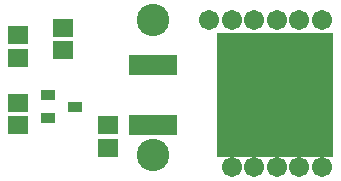
<source format=gts>
G04 DipTrace 3.0.0.2*
G04 crowbar.GTS*
%MOMM*%
G04 #@! TF.FileFunction,Soldermask,Top*
G04 #@! TF.Part,Single*
%ADD26C,1.7032*%
%ADD28C,2.7432*%
%ADD30R,1.2532X0.8532*%
%ADD32R,1.7032X1.5032*%
%ADD34R,9.9032X10.6032*%
%ADD36R,4.1532X1.7032*%
%FSLAX35Y35*%
G04*
G71*
G90*
G75*
G01*
G04 TopMask*
%LPD*%
D36*
X2334260Y2016760D3*
Y1508747D3*
D34*
X3364260Y1762753D3*
D32*
X1191260Y2270760D3*
Y2080760D3*
Y1508760D3*
Y1698760D3*
X1572260Y2143760D3*
Y2333760D3*
X1953260Y1508760D3*
Y1318760D3*
D30*
X1445260Y1762760D3*
Y1572760D3*
X1675260Y1667760D3*
D28*
X2334260Y1254760D3*
Y2397760D3*
D26*
X2810510D3*
X3001010D3*
X3191510D3*
X3382010D3*
X3572510D3*
X3763010D3*
X3001010Y1159510D3*
X3191510D3*
X3382010D3*
X3572510D3*
X3763010D3*
M02*

</source>
